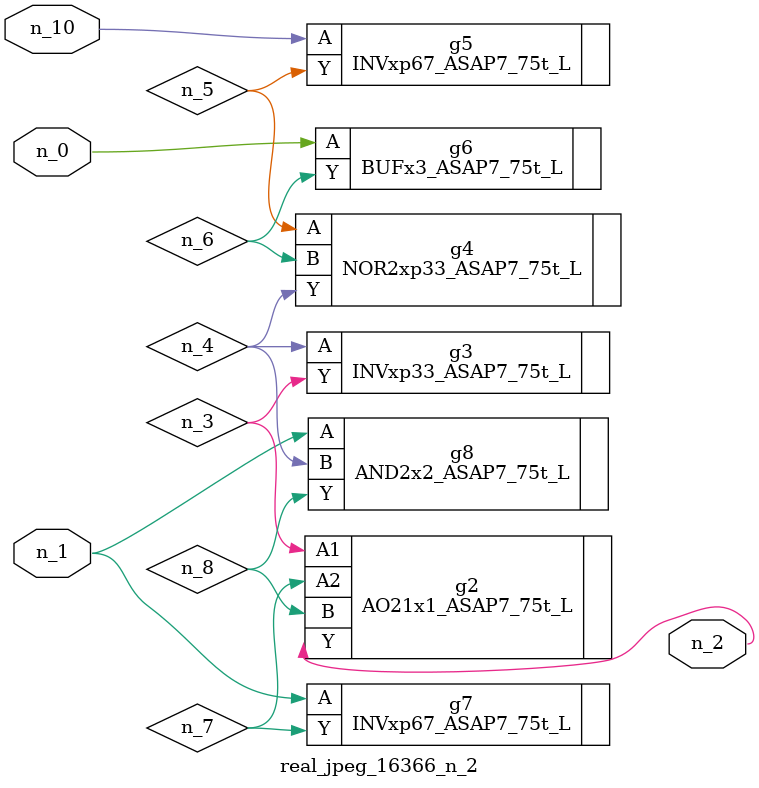
<source format=v>
module real_jpeg_16366_n_2 (n_1, n_10, n_0, n_2);

input n_1;
input n_10;
input n_0;

output n_2;

wire n_5;
wire n_4;
wire n_8;
wire n_6;
wire n_7;
wire n_3;

BUFx3_ASAP7_75t_L g6 ( 
.A(n_0),
.Y(n_6)
);

INVxp67_ASAP7_75t_L g7 ( 
.A(n_1),
.Y(n_7)
);

AND2x2_ASAP7_75t_L g8 ( 
.A(n_1),
.B(n_4),
.Y(n_8)
);

AO21x1_ASAP7_75t_L g2 ( 
.A1(n_3),
.A2(n_7),
.B(n_8),
.Y(n_2)
);

INVxp33_ASAP7_75t_L g3 ( 
.A(n_4),
.Y(n_3)
);

NOR2xp33_ASAP7_75t_L g4 ( 
.A(n_5),
.B(n_6),
.Y(n_4)
);

INVxp67_ASAP7_75t_L g5 ( 
.A(n_10),
.Y(n_5)
);


endmodule
</source>
